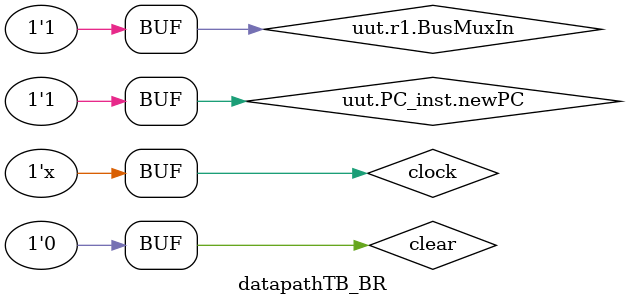
<source format=v>
/* TO DO:
	Fix T6 so that signals are actually driven for Read and MDRin
*/
`timescale 1ns/1ps

module datapathTB_BR;

    // Clock and Reset
    reg clock;
    reg clear;
    reg PCout, Zhighout, Zlowout, MDRout, CON_Out; 
    reg MARin, PCin, MDRin, IRin, Yin, Zin;
    reg IncPC, Read, Write;
    reg Gra, Grb, Grc, BAout;
    reg [4:0] opcode;
    reg HIin, LOin, ZHighIn, ZLowIn;
    reg [8:0] Address;    
    reg [31:0] Mdatain;     
	 reg Rout, Rin;
	 reg Cout, HIout, LOout, Yout, InPortout;
	 reg CONin;
	 reg [31:0] external_input;
	 reg OutPortin;

    // OUTPUTS FROM DataPath (wires)
    wire R0out, R1out, R2out, R3out, R4out, R5out, R6out, R7out;
    wire R8out, R9out, R10out, R11out, R12out, R13out, R14out, R15out;
	 wire [31:0] external_output;
	 
	 parameter Default = 4'b0000, T0 = 4'b0111, T1 = 4'b1000, T2 = 4'b1001, T3 = 4'b1010, T4 = 4'b1011, T5 = 4'b1100, T6 = 4'b1101, T7 = 4'b1110;
    
	 reg [3:0] Present_state = Default;
	 
    // Instantiate DataPath
    DataPath uut(
        .clock(clock),
        .clear(clear),
        .PCout(PCout), 
        .Zhighout(Zhighout), 
        .Zlowout(Zlowout), 
        .MDRout(MDRout),
        .MARin(MARin), 
        .Rin(Rin),
        .PCin(PCin), 
        .MDRin(MDRin), 
        .IRin(IRin), 
        .Yin(Yin),
        .IncPC(IncPC), 
        .Read(Read), 
        .Write(Write),
        .Gra(Gra), 
        .Grb(Grb), 
        .Grc(Grc),
        .opcode(opcode),
        .HIin(HIin), 
        .LOin(LOin), 
        .ZHighIn(ZHighIn), 
        .ZLowIn(ZLowIn), 
        .Address(Address),
        .Mdatain(Mdatain),
        .BAout(BAout),
        .R0out(R0out), 
        .R1out(R1out), 
        .R2out(R2out), 
        .R3out(R3out),
        .R4out(R4out), 
        .R5out(R5out), 
        .R6out(R6out), 
        .R7out(R7out),
        .R8out(R8out), 
        .R9out(R9out), 
        .R10out(R10out), 
        .R11out(R11out),
        .R12out(R12out), 
        .R13out(R13out), 
        .R14out(R14out), 
        .R15out(R15out),
        .HIout(HIout), 
        .LOout(LOout),
        .Yout(Yout), 
        .InPortout(InPortout), 
        .Cout(Cout),   // Fixed naming (was CSignOut)
        .Rout(Rout),    // Added Rout
		  .CONin(CONin),
		  .InPortData(external_input),  // Input data to InPort
		  .OutPortData(external_output), // Output data from OutPort
        .OutPortin(OutPortin)      // Control signal for writing output
    );

    
   initial begin
      clock = 0;
		clear = 0;
	
		//case 1 (brzr)
		//uut.r1.BusMuxIn = 32'h00;
		//uut.PC_inst.newPC = 32'h06;
		
		//case 2 (brnz)
		//uut.r1.BusMuxIn = 32'h01;
		//uut.PC_inst.newPC = 32'h07;
		
		//case 3 (brpl)
		//uut.r1.BusMuxIn = 32'h01;
		//uut.PC_inst.newPC = 32'h08;
		
		//case 4 (brmi)
		uut.r1.BusMuxIn = 32'hFFFFFFFF;
		uut.PC_inst.newPC = 32'h09;
   end
	 
	always 
		#10  clock <= ~clock;
		
	always @(posedge clock) begin
    case (Present_state)
        Default: Present_state <= T0;
        T0:      Present_state <= T1;
        T1:      Present_state <= T2;
        T2:      Present_state <= T3;
        T3:      Present_state <= T4;
        T4:      Present_state <= T5;
        T5:      Present_state <= T6;
        T6:      Present_state <= Default; // Reset or stop
		endcase
	end 
	
	always @(Present_state) begin
			case (Present_state)
				Default: begin
                PCout <= 0;         Zhighout <= 0;      Zlowout <= 0;      MDRout <= 0;
                MARin <= 0;         PCin <= 0;          MDRin <= 0;        IRin <= 0;          Yin <= 0;
                IncPC <= 0;         Read <= 0;          Write <= 0;		
                Gra <= 0;           Grb <= 0;           Grc <= 0;          opcode <= 0;
                HIin <= 0;          LOin <= 0;          ZHighIn <= 0;      ZLowIn <= 0; 
                Address <= 9'h0;    Mdatain <= 32'h0;
                Cout <= 0; 
					 CONin <= 0; 
            end
				
			T0: begin 
                    MARin <= 1;     IncPC <= 1; PCout <= 1; ZLowIn <= 1; 
 
            end

			T1: begin 
					     MARin <= 0;     IncPC <= 0; PCout <= 0; ZLowIn <= 0;  
						  Zlowout <= 1; Read <= 1; MDRin <= 1;
            end

			T2: begin 
						  Zlowout <= 0; Read <= 0; MDRin <= 0;
                    MDRout <= 1;    IRin <= 1; 
            end

			  T3: begin 
			  			  MDRout <= 0;     		 IRin <= 0;
                    Gra <= 1;              Rout <= 1;      	CONin <= 1;						
            end

			  T4: begin 
			          Gra <= 0;              Rout <= 0;      	CONin <= 0;
                   PCout <= 1;             Yin <=1 ;
            end

			  T5: begin 
			  			 PCout <= 0;             Yin <=0 ;
                   Cout <= 1;        opcode <= 5'b00011;    ZLowIn <= 1;
            end

			  T6: begin
			  			 Cout <= 0;         ZLowIn <= 0; 
                   Zlowout <= 1;          	 
            end
		endcase
	end

endmodule
</source>
